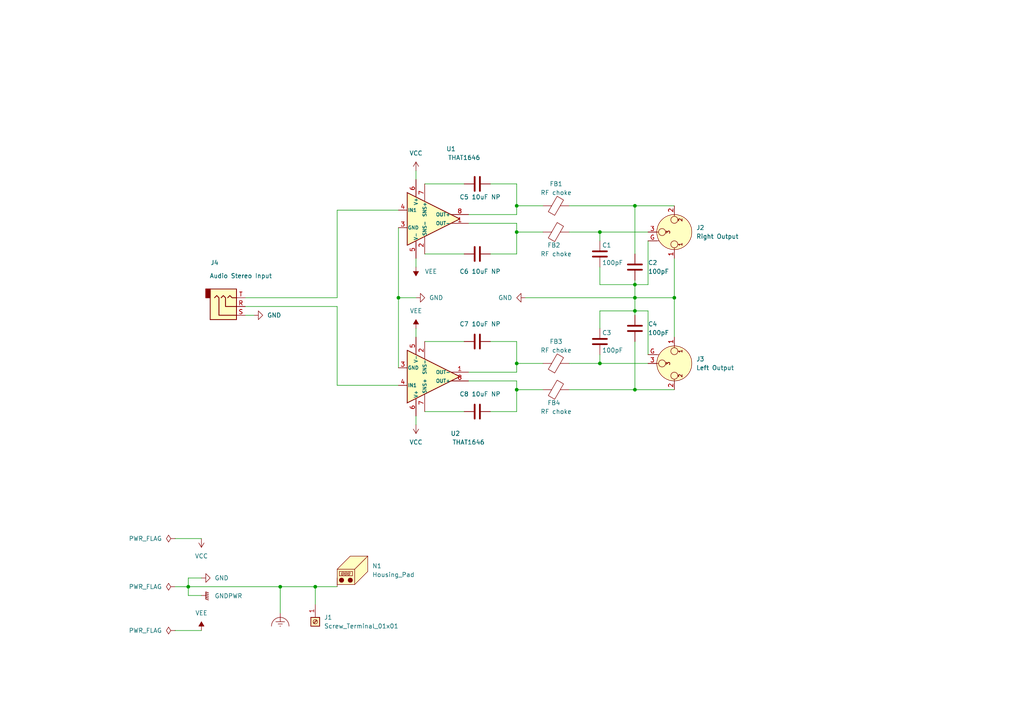
<source format=kicad_sch>
(kicad_sch (version 20211123) (generator eeschema)
  (paper "A4")
  (lib_symbols
    (symbol "Connector:AudioJack3"
      (property "Reference" "J" (at 0 8.89 0))
      (property "Value" "AudioJack3" (at 0 6.35 0))
      (symbol "AudioJack3_0_1"
        (rectangle (start -5.08 -5.08) (end -6.35 -2.54) (stroke (width 0.254)) (fill (type outline)))
        (polyline (pts (xy 0 -2.54) (xy 0.635 -3.175) (xy 1.27 -2.54) (xy 2.54 -2.54)) (stroke (width 0.254)))
        (polyline (pts (xy -1.905 -2.54) (xy -1.27 -3.175) (xy -0.635 -2.54) (xy -0.635 0) (xy 2.54 0)) (stroke (width 0.254)))
        (polyline (pts (xy 2.54 2.54) (xy -2.54 2.54) (xy -2.54 -2.54) (xy -3.175 -3.175) (xy -3.81 -2.54)) (stroke (width 0.254)))
        (rectangle (start 2.54 3.81) (end -5.08 -5.08) (stroke (width 0.254)) (fill (type background)))
      )
      (symbol "AudioJack3_1_1"
        (pin passive line (at 5.08 0 180) (length 2.54) (name "~") (number "R"))
        (pin passive line (at 5.08 2.54 180) (length 2.54) (name "~") (number "S"))
        (pin passive line (at 5.08 -2.54 180) (length 2.54) (name "~") (number "T"))
      )
    )
    (symbol "Connector:Screw_Terminal_01x01" (pin_names (offset 1.016) hide)
      (property "Reference" "J" (at 0 2.54 0))
      (property "Value" "Screw_Terminal_01x01" (at 0 -2.54 0))
      (symbol "Screw_Terminal_01x01_1_1"
        (rectangle (start -1.27 1.27) (end 1.27 -1.27) (stroke (width 0.254)) (fill (type background)))
        (polyline (pts (xy -0.5334 0.3302) (xy 0.3302 -0.508)) (stroke (width 0.1524)))
        (polyline (pts (xy -0.3556 0.508) (xy 0.508 -0.3302)) (stroke (width 0.1524)))
        (circle (center 0 0) (radius 0.635) (stroke (width 0.1524)))
        (pin passive line (at -5.08 0 0) (length 3.81) (name "Pin_1") (number "1"))
      )
    )
    (symbol "Connector:XLR3_Ground" (pin_names hide)
      (property "Reference" "J" (at 0 8.89 0))
      (property "Value" "XLR3_Ground" (at 0 6.35 0))
      (symbol "XLR3_Ground_0_1"
        (circle (center -3.556 0) (radius 1.016))
        (circle (center 0 -3.556) (radius 1.016))
        (polyline (pts (xy -5.08 0) (xy -4.572 0)))
        (polyline (pts (xy -2.54 -5.08) (xy -2.54 -4.445)))
        (polyline (pts (xy 0 -5.08) (xy 0 -4.572)))
        (polyline (pts (xy 5.08 0) (xy 4.572 0)))
        (circle (center 0 0) (radius 5.08) (fill (type background)))
        (circle (center 3.556 0) (radius 1.016))
        (text "1" (at -3.556 1.778 0) (effects (font (size 1.016 1.016) bold)))
        (text "2" (at 3.556 1.778 0) (effects (font (size 1.016 1.016) bold)))
        (text "3" (at 0 -1.778 0) (effects (font (size 1.016 1.016) bold)))
        (pin passive line (at -7.62 0 0) (length 2.54) (name "~") (number "1"))
        (pin passive line (at 7.62 0 180) (length 2.54) (name "~") (number "2"))
        (pin passive line (at 0 -7.62 90) (length 2.54) (name "~") (number "3"))
      )
      (symbol "XLR3_Ground_1_1"
        (pin passive line (at -2.54 -7.62 90) (length 2.54) (name "~") (number "G"))
      )
    )
    (symbol "Device:C" (pin_numbers hide) (pin_names (offset 0.254))
      (property "Reference" "C" (at 0.635 2.54 0))
      (property "Value" "C" (at 0.635 -2.54 0))
      (symbol "C_0_1"
        (polyline (pts (xy -2.032 -0.762) (xy 2.032 -0.762)) (stroke (width 0.508)))
        (polyline (pts (xy -2.032 0.762) (xy 2.032 0.762)) (stroke (width 0.508)))
      )
      (symbol "C_1_1"
        (pin passive line (at 0 3.81 270) (length 2.794) (name "~") (number "1"))
        (pin passive line (at 0 -3.81 90) (length 2.794) (name "~") (number "2"))
      )
    )
    (symbol "Device:FerriteBead" (pin_numbers hide) (pin_names (offset 0))
      (property "Reference" "FB" (at -3.81 0.635 90))
      (property "Value" "FerriteBead" (at 3.81 0 90))
      (symbol "FerriteBead_0_1"
        (polyline (pts (xy 0 -1.27) (xy 0 -1.2192)))
        (polyline (pts (xy 0 1.27) (xy 0 1.2954)))
        (polyline (pts (xy -2.7686 0.4064) (xy -1.7018 2.2606) (xy 2.7686 -0.3048) (xy 1.6764 -2.159) (xy -2.7686 0.4064)))
      )
      (symbol "FerriteBead_1_1"
        (pin passive line (at 0 3.81 270) (length 2.54) (name "~") (number "1"))
        (pin passive line (at 0 -3.81 90) (length 2.54) (name "~") (number "2"))
      )
    )
    (symbol "Mechanical:Housing_Pad" (pin_numbers hide) (pin_names (offset 1.016) hide)
      (property "Reference" "N" (at 4.445 0 0))
      (property "Value" "Housing_Pad" (at 4.445 -1.905 0))
      (symbol "Housing_Pad_0_1"
        (rectangle (start -4.445 -0.635) (end -0.635 -1.905))
        (circle (center -3.81 -3.175) (radius 0.635) (fill (type outline)))
        (circle (center -1.27 -3.175) (radius 0.635) (fill (type outline)))
        (polyline (pts (xy -3.8862 -1.5748) (xy -3.8354 -1.3716)))
        (polyline (pts (xy -3.7846 -1.6764) (xy -3.429 -1.6764)))
        (polyline (pts (xy -3.7846 -1.2192) (xy -3.7338 -0.9652)))
        (polyline (pts (xy -3.683 -1.3208) (xy -3.3782 -1.3208)))
        (polyline (pts (xy -3.5814 -0.9144) (xy -3.2766 -0.9144)))
        (polyline (pts (xy -3.2766 -1.6256) (xy -3.2258 -1.3716)))
        (polyline (pts (xy -3.175 -1.2192) (xy -3.1242 -0.9652)))
        (polyline (pts (xy -2.9718 -1.5748) (xy -2.921 -1.3716)))
        (polyline (pts (xy -2.8702 -1.6764) (xy -2.5146 -1.6764)))
        (polyline (pts (xy -2.8702 -1.2192) (xy -2.8194 -0.9652)))
        (polyline (pts (xy -2.7686 -1.3208) (xy -2.4638 -1.3208)))
        (polyline (pts (xy -2.667 -0.9144) (xy -2.3622 -0.9144)))
        (polyline (pts (xy -2.3622 -1.6256) (xy -2.3114 -1.3716)))
        (polyline (pts (xy -2.2606 -1.2192) (xy -2.2098 -0.9652)))
        (polyline (pts (xy -2.0574 -1.5748) (xy -2.0066 -1.3716)))
        (polyline (pts (xy -1.9558 -1.6764) (xy -1.6002 -1.6764)))
        (polyline (pts (xy -1.9558 -1.2192) (xy -1.905 -0.9652)))
        (polyline (pts (xy -1.8542 -1.3208) (xy -1.5494 -1.3208)))
        (polyline (pts (xy -1.7526 -0.9144) (xy -1.4478 -0.9144)))
        (polyline (pts (xy -1.4478 -1.6256) (xy -1.397 -1.3716)))
        (polyline (pts (xy -1.3462 -1.2192) (xy -1.2954 -0.9652)))
        (polyline (pts (xy 0 0) (xy 0 -4.445)))
        (polyline (pts (xy -5.08 0) (xy 0 0) (xy 3.81 3.81)))
        (polyline (pts (xy -5.08 0) (xy -5.08 -4.445) (xy 0 -4.445) (xy 3.81 -0.635) (xy 3.81 3.81) (xy -1.27 3.81) (xy -5.08 0)) (fill (type background)))
      )
      (symbol "Housing_Pad_1_1"
        (pin input line (at -5.08 -5.08 90) (length 2.54) (name "PAD") (number "1"))
      )
    )
    (symbol "nedko:THAT1646" (pin_names (offset 0.127))
      (property "Reference" "U" (at -21.59 16.51 0))
      (property "Value" "THAT1646" (at -17.78 13.97 0))
      (symbol "THAT1646_0_1"
        (polyline (pts (xy -7.62 7.62) (xy -7.62 -7.62) (xy 7.62 0) (xy -7.62 7.62)) (stroke (width 0.254)) (fill (type background)))
      )
      (symbol "THAT1646_1_1"
        (pin output line (at 10.16 -1.27 180) (length 5.08) (name "OUT-") (number "1"))
        (pin input line (at -2.54 -10.16 90) (length 5.08) (name "SNS-") (number "2"))
        (pin input line (at -10.16 -2.54 0) (length 2.54) (name "GND") (number "3"))
        (pin input line (at -10.16 2.54 0) (length 2.54) (name "IN1") (number "4"))
        (pin power_in line (at -5.08 -11.43 90) (length 5.08) (name "V-") (number "5"))
        (pin power_in line (at -5.08 11.43 270) (length 5.08) (name "V+") (number "6"))
        (pin input line (at -2.54 10.16 270) (length 5.08) (name "SNS+") (number "7"))
        (pin output line (at 10.16 1.27 180) (length 5.08) (name "OUT+") (number "8"))
      )
      (symbol "THAT1646_1_2"
        (pin output line (at 10.16 -1.27 180) (length 5.08) (name "OUT-") (number "1"))
        (pin passive line (at -31.75 15.24 90) (length 5.08) hide (name "V-") (number "17"))
        (pin input line (at -2.54 -10.16 90) (length 5.08) (name "SNS-") (number "2"))
        (pin input line (at -10.16 -2.54 0) (length 2.54) (name "GND") (number "3"))
        (pin input line (at -10.16 2.54 0) (length 2.54) (name "IN1") (number "4"))
        (pin power_in line (at -5.08 -11.43 90) (length 5.08) (name "V-") (number "5"))
        (pin power_in line (at -5.08 11.43 270) (length 5.08) (name "V+") (number "6"))
        (pin input line (at -2.54 10.16 270) (length 5.08) (name "SNS+") (number "7"))
        (pin output line (at 10.16 1.27 180) (length 5.08) (name "OUT+") (number "8"))
      )
    )
    (symbol "power:Earth_Clean" (power) (pin_names (offset 0))
      (symbol "Earth_Clean_0_1"
        (polyline (pts (xy -0.635 -3.175) (xy 0.635 -3.175)))
        (polyline (pts (xy -0.127 -3.81) (xy 0.127 -3.81)))
        (polyline (pts (xy 0 -2.54) (xy 0 0)))
        (polyline (pts (xy 1.27 -2.54) (xy -1.27 -2.54)))
        (arc (start 2.54 -3.81) (mid 0 -1.27) (end -2.54 -3.81))
      )
      (symbol "Earth_Clean_1_1"
        (pin power_in line (at 0 0 270) (length 0) hide (name "Earth_Clean") (number "1"))
      )
    )
    (symbol "power:GND" (power) (pin_names (offset 0))
      (property "Value" "GND" (at 0 -3.81 0))
      (symbol "GND_0_1"
        (polyline (pts (xy 0 0) (xy 0 -1.27) (xy 1.27 -1.27) (xy 0 -2.54) (xy -1.27 -1.27) (xy 0 -1.27)))
      )
      (symbol "GND_1_1"
        (pin power_in line (at 0 0 270) (length 0) hide (name "GND") (number "1"))
      )
    )
    (symbol "power:GNDPWR" (power) (pin_names (offset 0))
      (property "Value" "GNDPWR" (at 0 -3.302 0))
      (symbol "GNDPWR_0_1"
        (polyline (pts (xy 0 -1.27) (xy 0 0)))
        (polyline (pts (xy -1.016 -1.27) (xy -1.27 -2.032) (xy -1.27 -2.032)) (stroke (width 0.2032)))
        (polyline (pts (xy -0.508 -1.27) (xy -0.762 -2.032) (xy -0.762 -2.032)) (stroke (width 0.2032)))
        (polyline (pts (xy 0 -1.27) (xy -0.254 -2.032) (xy -0.254 -2.032)) (stroke (width 0.2032)))
        (polyline (pts (xy 0.508 -1.27) (xy 0.254 -2.032) (xy 0.254 -2.032)) (stroke (width 0.2032)))
        (polyline (pts (xy 1.016 -1.27) (xy -1.016 -1.27) (xy -1.016 -1.27)) (stroke (width 0.2032)))
        (polyline (pts (xy 1.016 -1.27) (xy 0.762 -2.032) (xy 0.762 -2.032) (xy 0.762 -2.032)) (stroke (width 0.2032)))
      )
      (symbol "GNDPWR_1_1"
        (pin power_in line (at 0 0 270) (length 0) hide (name "GNDPWR") (number "1"))
      )
    )
    (symbol "power:PWR_FLAG" (power) (pin_numbers hide) (pin_names (offset 0) hide)
      (property "Value" "PWR_FLAG" (at 0 3.81 0))
      (symbol "PWR_FLAG_0_0"
        (pin power_out line (at 0 0 90) (length 0) (name "pwr") (number "1"))
      )
      (symbol "PWR_FLAG_0_1"
        (polyline (pts (xy 0 0) (xy 0 1.27) (xy -1.016 1.905) (xy 0 2.54) (xy 1.016 1.905) (xy 0 1.27)))
      )
    )
    (symbol "power:VCC" (power) (pin_names (offset 0))
      (property "Value" "VCC" (at 0 3.81 0))
      (symbol "VCC_0_1"
        (polyline (pts (xy -0.762 1.27) (xy 0 2.54)))
        (polyline (pts (xy 0 0) (xy 0 2.54)))
        (polyline (pts (xy 0 2.54) (xy 0.762 1.27)))
      )
      (symbol "VCC_1_1"
        (pin power_in line (at 0 0 90) (length 0) hide (name "VCC") (number "1"))
      )
    )
    (symbol "power:VEE" (power) (pin_names (offset 0))
      (property "Value" "VEE" (at 0 3.81 0))
      (symbol "VEE_0_1"
        (polyline (pts (xy 0 0) (xy 0 2.54)))
        (polyline (pts (xy 0.762 1.27) (xy -0.762 1.27) (xy 0 2.54) (xy 0.762 1.27)) (fill (type outline)))
      )
      (symbol "VEE_1_1"
        (pin power_in line (at 0 0 90) (length 0) hide (name "VEE") (number "1"))
      )
    )
  )
  (junction (at 184.15 82.55))
  (junction (at 149.86 59.69))
  (junction (at 184.15 86.36))
  (junction (at 184.15 90.17))
  (junction (at 195.58 86.36))
  (junction (at 173.99 105.41))
  (junction (at 115.57 86.36))
  (junction (at 184.15 59.69))
  (junction (at 173.99 67.31))
  (junction (at 54.61 170.18))
  (junction (at 149.86 113.03))
  (junction (at 149.86 67.31))
  (junction (at 91.44 170.18))
  (junction (at 149.86 105.41))
  (junction (at 184.15 113.03))
  (junction (at 81.28 170.18))
  (wire (pts (xy 149.86 105.41) (xy 157.48 105.41)))
  (wire (pts (xy 165.1 113.03) (xy 184.15 113.03)))
  (wire (pts (xy 134.62 99.06) (xy 123.19 99.06)))
  (wire (pts (xy 195.58 74.93) (xy 195.58 86.36)))
  (wire (pts (xy 91.44 170.18) (xy 81.28 170.18)))
  (wire (pts (xy 135.89 64.77) (xy 149.86 64.77)))
  (wire (pts (xy 173.99 67.31) (xy 173.99 69.85)))
  (wire (pts (xy 173.99 82.55) (xy 184.15 82.55)))
  (wire (pts (xy 149.86 113.03) (xy 149.86 110.49)))
  (wire (pts (xy 165.1 59.69) (xy 184.15 59.69)))
  (wire (pts (xy 165.1 67.31) (xy 173.99 67.31)))
  (wire (pts (xy 50.8 182.88) (xy 58.42 182.88)))
  (wire (pts (xy 135.89 62.23) (xy 149.86 62.23)))
  (wire (pts (xy 54.61 172.72) (xy 58.42 172.72)))
  (wire (pts (xy 149.86 67.31) (xy 149.86 73.66)))
  (wire (pts (xy 134.62 119.38) (xy 123.19 119.38)))
  (wire (pts (xy 115.57 111.76) (xy 97.79 111.76)))
  (wire (pts (xy 149.86 67.31) (xy 157.48 67.31)))
  (wire (pts (xy 149.86 73.66) (xy 142.24 73.66)))
  (wire (pts (xy 149.86 53.34) (xy 149.86 59.69)))
  (wire (pts (xy 149.86 59.69) (xy 157.48 59.69)))
  (wire (pts (xy 50.8 156.21) (xy 58.42 156.21)))
  (wire (pts (xy 97.79 60.96) (xy 115.57 60.96)))
  (wire (pts (xy 149.86 64.77) (xy 149.86 67.31)))
  (wire (pts (xy 173.99 105.41) (xy 187.96 105.41)))
  (wire (pts (xy 195.58 59.69) (xy 184.15 59.69)))
  (wire (pts (xy 149.86 99.06) (xy 142.24 99.06)))
  (wire (pts (xy 120.65 74.93) (xy 120.65 77.47)))
  (wire (pts (xy 184.15 86.36) (xy 195.58 86.36)))
  (wire (pts (xy 187.96 82.55) (xy 184.15 82.55)))
  (wire (pts (xy 54.61 170.18) (xy 54.61 167.64)))
  (wire (pts (xy 54.61 170.18) (xy 54.61 172.72)))
  (wire (pts (xy 187.96 69.85) (xy 187.96 82.55)))
  (wire (pts (xy 71.12 91.44) (xy 73.66 91.44)))
  (wire (pts (xy 71.12 88.9) (xy 97.79 88.9)))
  (wire (pts (xy 97.79 111.76) (xy 97.79 88.9)))
  (wire (pts (xy 135.89 107.95) (xy 149.86 107.95)))
  (wire (pts (xy 173.99 90.17) (xy 184.15 90.17)))
  (wire (pts (xy 54.61 167.64) (xy 58.42 167.64)))
  (wire (pts (xy 54.61 170.18) (xy 81.28 170.18)))
  (wire (pts (xy 184.15 90.17) (xy 184.15 91.44)))
  (wire (pts (xy 123.19 53.34) (xy 134.62 53.34)))
  (wire (pts (xy 152.4 86.36) (xy 184.15 86.36)))
  (wire (pts (xy 120.65 120.65) (xy 120.65 123.19)))
  (wire (pts (xy 149.86 59.69) (xy 149.86 62.23)))
  (wire (pts (xy 134.62 73.66) (xy 123.19 73.66)))
  (wire (pts (xy 173.99 95.25) (xy 173.99 90.17)))
  (wire (pts (xy 149.86 107.95) (xy 149.86 105.41)))
  (wire (pts (xy 184.15 86.36) (xy 184.15 90.17)))
  (wire (pts (xy 187.96 102.87) (xy 187.96 90.17)))
  (wire (pts (xy 115.57 86.36) (xy 120.65 86.36)))
  (wire (pts (xy 173.99 102.87) (xy 173.99 105.41)))
  (wire (pts (xy 81.28 170.18) (xy 81.28 177.8)))
  (wire (pts (xy 184.15 99.06) (xy 184.15 113.03)))
  (wire (pts (xy 187.96 90.17) (xy 184.15 90.17)))
  (wire (pts (xy 149.86 113.03) (xy 157.48 113.03)))
  (wire (pts (xy 120.65 95.25) (xy 120.65 97.79)))
  (wire (pts (xy 97.79 86.36) (xy 97.79 60.96)))
  (wire (pts (xy 195.58 86.36) (xy 195.58 97.79)))
  (wire (pts (xy 184.15 81.28) (xy 184.15 82.55)))
  (wire (pts (xy 184.15 59.69) (xy 184.15 73.66)))
  (wire (pts (xy 173.99 67.31) (xy 187.96 67.31)))
  (wire (pts (xy 142.24 53.34) (xy 149.86 53.34)))
  (wire (pts (xy 71.12 86.36) (xy 97.79 86.36)))
  (wire (pts (xy 120.65 49.53) (xy 120.65 52.07)))
  (wire (pts (xy 149.86 105.41) (xy 149.86 99.06)))
  (wire (pts (xy 173.99 77.47) (xy 173.99 82.55)))
  (wire (pts (xy 184.15 82.55) (xy 184.15 86.36)))
  (wire (pts (xy 115.57 86.36) (xy 115.57 106.68)))
  (wire (pts (xy 91.44 170.18) (xy 91.44 175.26)))
  (wire (pts (xy 165.1 105.41) (xy 173.99 105.41)))
  (wire (pts (xy 115.57 66.04) (xy 115.57 86.36)))
  (wire (pts (xy 195.58 113.03) (xy 184.15 113.03)))
  (wire (pts (xy 50.8 170.18) (xy 54.61 170.18)))
  (wire (pts (xy 149.86 113.03) (xy 149.86 119.38)))
  (wire (pts (xy 135.89 110.49) (xy 149.86 110.49)))
  (wire (pts (xy 149.86 119.38) (xy 142.24 119.38)))
  (wire (pts (xy 97.79 170.18) (xy 91.44 170.18)))
  (symbol (lib_id "power:GND") (at 152.4 86.36 270) (unit 1)
    (property "Reference" "#PWR0101" (effects hide))
    (property "Value" "GND" (at 148.59 86.3599 90) (effects (justify right)))
  )
  (symbol (lib_id "power:VCC") (at 120.65 123.19 0) (mirror x) (unit 1)
    (property "Reference" "#PWR0107" (effects hide))
    (property "Value" "VCC" (at 120.65 128.27 0))
  )
  (symbol (lib_id "power:VEE") (at 120.65 77.47 180) (unit 1)
    (property "Reference" "#PWR0109" (effects hide))
    (property "Value" "VEE" (at 123.19 78.7399 0) (effects (justify right)))
  )
  (symbol (lib_id "Device:C") (at 138.43 73.66 90) (unit 1)
    (property "Reference" "C6" (at 134.62 78.74 90))
    (property "Value" "10uF NP" (at 140.97 78.74 90))
    (property "Footprint" "Capacitor_THT:C_Radial_D6.3mm_H11.0mm_P2.50mm" (effects hide))
  )
  (symbol (lib_id "power:VEE") (at 58.42 182.88 0) (mirror y) (unit 1)
    (property "Reference" "#PWR0105" (effects hide))
    (property "Value" "VEE" (at 58.42 177.8 0))
  )
  (symbol (lib_id "nedko:THAT1646") (at 125.73 63.5 0) (unit 1)
    (property "Reference" "U1" (at 130.81 43.18 0))
    (property "Value" "THAT1646" (at 134.62 45.72 0))
    (property "Footprint" "Package_DIP:DIP-8_W7.62mm_Socket_LongPads" (effects hide))
    (property "Datasheet" "https://thatcorp.com/datashts/THAT_1606-1646_Datasheet.pdf" (effects hide))
  )
  (symbol (lib_id "Device:C") (at 184.15 77.47 0) (unit 1)
    (property "Reference" "C2" (at 187.96 76.1999 0) (effects (justify left)))
    (property "Value" "100pF" (at 187.96 78.7399 0) (effects (justify left)))
    (property "Footprint" "Capacitor_THT:C_Disc_D5.0mm_W2.5mm_P5.00mm" (effects hide))
  )
  (symbol (lib_id "power:VCC") (at 120.65 49.53 0) (unit 1)
    (property "Reference" "#PWR0110" (effects hide))
    (property "Value" "VCC" (at 120.65 44.45 0))
  )
  (symbol (lib_id "Connector:XLR3_Ground") (at 195.58 105.41 270) (unit 1)
    (property "Reference" "J3" (at 201.93 104.1399 90) (effects (justify left)))
    (property "Value" "Left Output" (at 201.93 106.6799 90) (effects (justify left)))
    (property "Footprint" "Connector_Audio:Jack_XLR_Neutrik_NC3MAV_Vertical" (effects hide))
    (property "Datasheet" " ~" (effects hide))
  )
  (symbol (lib_id "Device:FerriteBead") (at 161.29 67.31 90) (unit 1)
    (property "Reference" "FB2" (at 160.655 71.12 90))
    (property "Value" "RF choke" (at 161.29 73.66 90))
    (property "Footprint" "Ferrite_THT:LairdTech_28C0236-0JW-10" (effects hide))
  )
  (symbol (lib_id "power:GND") (at 58.42 167.64 90) (unit 1)
    (property "Reference" "#PWR0102" (effects hide))
    (property "Value" "GND" (at 62.23 167.6399 90) (effects (justify right)))
  )
  (symbol (lib_id "Connector:Screw_Terminal_01x01") (at 91.44 180.34 270) (unit 1)
    (property "Reference" "J1" (at 93.98 179.0699 90) (effects (justify left)))
    (property "Value" "Screw_Terminal_01x01" (at 93.98 181.6099 90) (effects (justify left)))
    (property "Footprint" "TerminalBlock_MetzConnect:TerminalBlock_MetzConnect_360271_1x01_Horizontal_ScrewM3.0_Boxed" (effects hide))
  )
  (symbol (lib_id "Device:C") (at 138.43 99.06 90) (unit 1)
    (property "Reference" "C7" (at 134.62 93.98 90))
    (property "Value" "10uF NP" (at 140.97 93.98 90))
    (property "Footprint" "Capacitor_THT:C_Radial_D6.3mm_H11.0mm_P2.50mm" (effects hide))
  )
  (symbol (lib_id "power:GNDPWR") (at 58.42 172.72 90) (unit 1)
    (property "Reference" "#PWR0104" (effects hide))
    (property "Value" "GNDPWR" (at 62.23 172.8469 90) (effects (justify right)))
  )
  (symbol (lib_id "Connector:AudioJack3") (at 66.04 88.9 0) (mirror x) (unit 1)
    (property "Reference" "J4" (at 62.23 76.2 0))
    (property "Value" "Audio Stereo Input" (at 69.85 80.01 0))
    (property "Footprint" "Connector_Audio:Jack_3.5mm_CUI_SJ-3523-SMT_Horizontal" (effects hide))
  )
  (symbol (lib_id "nedko:THAT1646") (at 125.73 109.22 0) (mirror x) (unit 1)
    (property "Reference" "U2" (at 132.08 125.73 0))
    (property "Value" "THAT1646" (at 135.89 128.27 0))
    (property "Footprint" "Package_DIP:DIP-8_W7.62mm_Socket_LongPads" (effects hide))
    (property "Datasheet" "https://thatcorp.com/datashts/THAT_1606-1646_Datasheet.pdf" (effects hide))
  )
  (symbol (lib_id "Device:C") (at 138.43 53.34 90) (unit 1)
    (property "Reference" "C5" (at 134.62 57.15 90))
    (property "Value" "10uF NP" (at 140.97 57.15 90))
    (property "Footprint" "Capacitor_THT:C_Radial_D6.3mm_H11.0mm_P2.50mm" (effects hide))
  )
  (symbol (lib_id "Device:C") (at 173.99 99.06 0) (unit 1)
    (property "Reference" "C3" (at 174.625 96.52 0) (effects (justify left)))
    (property "Value" "100pF" (at 174.625 101.6 0) (effects (justify left)))
    (property "Footprint" "Capacitor_THT:C_Disc_D5.0mm_W2.5mm_P5.00mm" (effects hide))
  )
  (symbol (lib_id "Device:FerriteBead") (at 161.29 113.03 90) (unit 1)
    (property "Reference" "FB4" (at 160.655 116.84 90))
    (property "Value" "RF choke" (at 161.29 119.38 90))
    (property "Footprint" "Ferrite_THT:LairdTech_28C0236-0JW-10" (effects hide))
  )
  (symbol (lib_id "power:PWR_FLAG") (at 50.8 182.88 90) (mirror x) (unit 1)
    (property "Reference" "#FLG0103" (effects hide))
    (property "Value" "PWR_FLAG" (at 46.99 182.8799 90) (effects (justify left)))
  )
  (symbol (lib_id "Device:C") (at 173.99 73.66 0) (unit 1)
    (property "Reference" "C1" (at 174.625 71.12 0) (effects (justify left)))
    (property "Value" "100pF" (at 174.625 76.2 0) (effects (justify left)))
    (property "Footprint" "Capacitor_THT:C_Disc_D5.0mm_W2.5mm_P5.00mm" (effects hide))
  )
  (symbol (lib_id "Device:FerriteBead") (at 161.29 105.41 90) (unit 1)
    (property "Reference" "FB3" (at 161.29 99.06 90))
    (property "Value" "RF choke" (at 161.29 101.6 90))
    (property "Footprint" "Ferrite_THT:LairdTech_28C0236-0JW-10" (effects hide))
  )
  (symbol (lib_id "power:Earth_Clean") (at 81.28 177.8 0) (unit 1)
    (property "Reference" "#PWR0112" (effects hide))
    (property "Value" "Earth_Clean" (effects hide))
  )
  (symbol (lib_id "power:PWR_FLAG") (at 50.8 156.21 90) (unit 1)
    (property "Reference" "#FLG0102" (effects hide))
    (property "Value" "PWR_FLAG" (at 46.99 156.2099 90) (effects (justify left)))
  )
  (symbol (lib_id "power:GND") (at 120.65 86.36 90) (unit 1)
    (property "Reference" "#PWR0111" (effects hide))
    (property "Value" "GND" (at 124.46 86.3599 90) (effects (justify right)))
  )
  (symbol (lib_id "Device:FerriteBead") (at 161.29 59.69 90) (unit 1)
    (property "Reference" "FB1" (at 161.29 53.34 90))
    (property "Value" "RF choke" (at 161.29 55.88 90))
    (property "Footprint" "Ferrite_THT:LairdTech_28C0236-0JW-10" (effects hide))
  )
  (symbol (lib_id "power:GND") (at 73.66 91.44 90) (unit 1)
    (property "Reference" "#PWR0103" (effects hide))
    (property "Value" "GND" (at 77.47 91.4399 90) (effects (justify right)))
  )
  (symbol (lib_id "Device:C") (at 184.15 95.25 0) (unit 1)
    (property "Reference" "C4" (at 187.96 93.9799 0) (effects (justify left)))
    (property "Value" "100pF" (at 187.96 96.5199 0) (effects (justify left)))
    (property "Footprint" "Capacitor_THT:C_Disc_D5.0mm_W2.5mm_P5.00mm" (effects hide))
  )
  (symbol (lib_id "Mechanical:Housing_Pad") (at 102.87 165.1 0) (unit 1)
    (property "Reference" "N1" (at 107.95 164.1474 0) (effects (justify left)))
    (property "Value" "Housing_Pad" (at 107.95 166.6874 0) (effects (justify left)))
    (property "Footprint" "Connector_Wire:SolderWire-1sqmm_1x01_D1.4mm_OD3.9mm" (effects hide))
  )
  (symbol (lib_id "power:PWR_FLAG") (at 50.8 170.18 90) (unit 1)
    (property "Reference" "#FLG0101" (effects hide))
    (property "Value" "PWR_FLAG" (at 46.99 170.1799 90) (effects (justify left)))
  )
  (symbol (lib_id "Connector:XLR3_Ground") (at 195.58 67.31 270) (mirror x) (unit 1)
    (property "Reference" "J2" (at 201.93 66.0399 90) (effects (justify left)))
    (property "Value" "Right Output" (at 201.93 68.5799 90) (effects (justify left)))
    (property "Footprint" "Connector_Audio:Jack_XLR_Neutrik_NC3MAV_Vertical" (effects hide))
    (property "Datasheet" " ~" (effects hide))
  )
  (symbol (lib_id "power:VCC") (at 58.42 156.21 180) (unit 1)
    (property "Reference" "#PWR0106" (effects hide))
    (property "Value" "VCC" (at 58.42 161.29 0))
  )
  (symbol (lib_id "power:VEE") (at 120.65 95.25 0) (unit 1)
    (property "Reference" "#PWR0108" (effects hide))
    (property "Value" "VEE" (at 120.65 90.17 0))
  )
  (symbol (lib_id "Device:C") (at 138.43 119.38 90) (unit 1)
    (property "Reference" "C8" (at 134.62 114.3 90))
    (property "Value" "10uF NP" (at 140.97 114.3 90))
    (property "Footprint" "Capacitor_THT:C_Radial_D6.3mm_H11.0mm_P2.50mm" (effects hide))
    (property "Datasheet" "https://products.nichicon.co.jp/en/pdf/XJA043/e-uep.pdf" (effects hide))
  )
)
</source>
